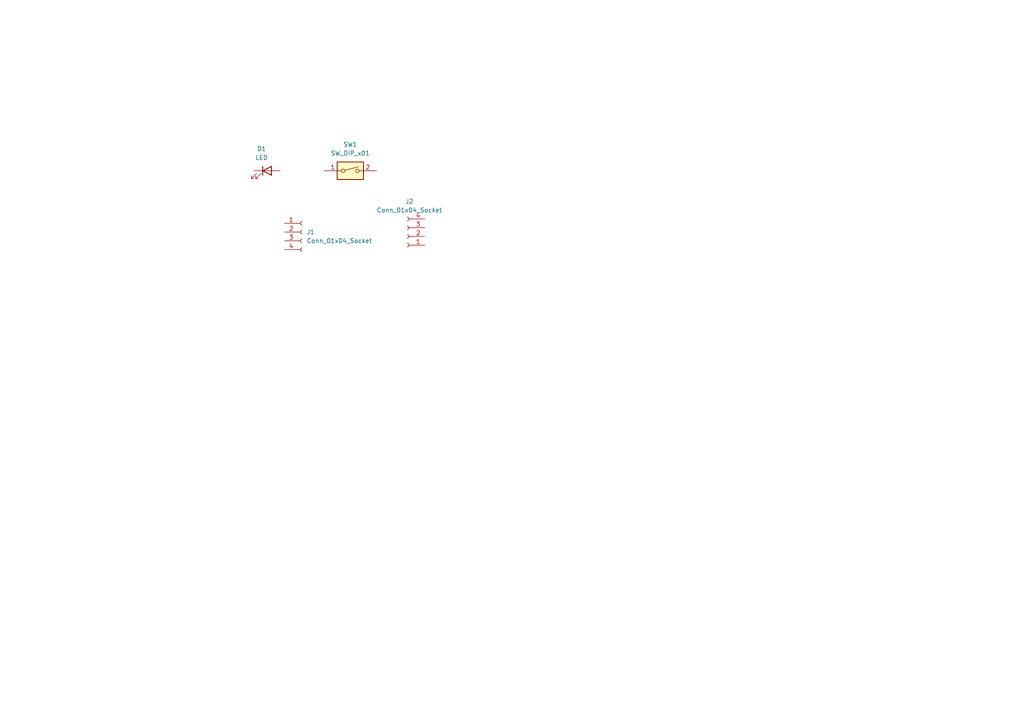
<source format=kicad_sch>
(kicad_sch (version 20231120) (generator "eeschema") (generator_version "8.0")
  (paper "A4")
  (lib_symbols
    (symbol "Connector:Conn_01x04_Socket" (pin_names (offset 1.016) hide)
      (property "Reference" "J" (at 0 5.08 0))
      (property "Value" "Conn_01x04_Socket" (at 0 -7.62 0))
      (symbol "Conn_01x04_Socket_1_1"
        (arc (start 0 -4.572) (mid -0.5058 -5.08) (end 0 -5.588) (stroke (width 0.1524)))
        (arc (start 0 -2.032) (mid -0.5058 -2.54) (end 0 -3.048) (stroke (width 0.1524)))
        (polyline (pts (xy -1.27 -5.08) (xy -0.508 -5.08)) (stroke (width 0.1524)))
        (polyline (pts (xy -1.27 -2.54) (xy -0.508 -2.54)) (stroke (width 0.1524)))
        (polyline (pts (xy -1.27 0) (xy -0.508 0)) (stroke (width 0.1524)))
        (polyline (pts (xy -1.27 2.54) (xy -0.508 2.54)) (stroke (width 0.1524)))
        (arc (start 0 0.508) (mid -0.5058 0) (end 0 -0.508) (stroke (width 0.1524)))
        (arc (start 0 3.048) (mid -0.5058 2.54) (end 0 2.032) (stroke (width 0.1524)))
        (pin passive line (at -5.08 2.54 0) (length 3.81) (name "Pin_1") (number "1"))
        (pin passive line (at -5.08 0 0) (length 3.81) (name "Pin_2") (number "2"))
        (pin passive line (at -5.08 -2.54 0) (length 3.81) (name "Pin_3") (number "3"))
        (pin passive line (at -5.08 -5.08 0) (length 3.81) (name "Pin_4") (number "4"))
      )
    )
    (symbol "Device:LED" (pin_numbers hide) (pin_names (offset 1.016) hide)
      (property "Reference" "D" (at 0 2.54 0))
      (property "Value" "LED" (at 0 -2.54 0))
      (symbol "LED_0_1"
        (polyline (pts (xy -1.27 -1.27) (xy -1.27 1.27)) (stroke (width 0.254)))
        (polyline (pts (xy -1.27 0) (xy 1.27 0)))
        (polyline (pts (xy 1.27 -1.27) (xy 1.27 1.27) (xy -1.27 0) (xy 1.27 -1.27)) (stroke (width 0.254)))
        (polyline (pts (xy -3.048 -0.762) (xy -4.572 -2.286) (xy -3.81 -2.286) (xy -4.572 -2.286) (xy -4.572 -1.524)))
        (polyline (pts (xy -1.778 -0.762) (xy -3.302 -2.286) (xy -2.54 -2.286) (xy -3.302 -2.286) (xy -3.302 -1.524)))
      )
      (symbol "LED_1_1"
        (pin passive line (at -3.81 0 0) (length 2.54) (name "K") (number "1"))
        (pin passive line (at 3.81 0 180) (length 2.54) (name "A") (number "2"))
      )
    )
    (symbol "Switch:SW_DIP_x01" (pin_names (offset 0) hide)
      (property "Reference" "SW" (at 0 3.81 0))
      (property "Value" "SW_DIP_x01" (at 0 -3.81 0))
      (symbol "SW_DIP_x01_0_0"
        (circle (center -2.032 0) (radius 0.508))
        (polyline (pts (xy -1.524 0.127) (xy 2.3622 1.1684)))
        (circle (center 2.032 0) (radius 0.508))
      )
      (symbol "SW_DIP_x01_0_1"
        (rectangle (start -3.81 2.54) (end 3.81 -2.54) (stroke (width 0.254)) (fill (type background)))
      )
      (symbol "SW_DIP_x01_1_1"
        (pin passive line (at -7.62 0 0) (length 5.08) (name "~") (number "1"))
        (pin passive line (at 7.62 0 180) (length 5.08) (name "~") (number "2"))
      )
    )
  )
  (symbol (lib_id "Connector:Conn_01x04_Socket") (at 118.11 68.58 180) (unit 1)
    (property "Reference" "J2" (at 118.745 58.42 0))
    (property "Value" "Conn_01x04_Socket" (at 118.745 60.96 0))
    (property "Footprint" "Connector_PinSocket_2.00mm:PinSocket_2x02_P2.00mm_Horizontal" (effects (hide yes)))
    (property "Description" "Generic connector, single row, 01x04, script generated" (effects (hide yes)))
  )
  (symbol (lib_id "Switch:SW_DIP_x01") (at 101.6 49.53 0) (unit 1)
    (property "Reference" "SW1" (at 101.6 41.91 0))
    (property "Value" "SW_DIP_x01" (at 101.6 44.45 0))
    (property "Footprint" "power_bl:switch_pw" (effects (hide yes)))
    (property "Description" "1x DIP Switch, Single Pole Single Throw (SPST) switch, small symbol" (effects (hide yes)))
  )
  (symbol (lib_id "Connector:Conn_01x04_Socket") (at 87.63 67.31 0) (unit 1)
    (property "Reference" "J1" (at 88.9 67.3099 0) (effects (justify left)))
    (property "Value" "Conn_01x04_Socket" (at 88.9 69.8499 0) (effects (justify left)))
    (property "Footprint" "Connector_PinSocket_2.00mm:PinSocket_2x02_P2.00mm_Horizontal" (effects (hide yes)))
    (property "Description" "Generic connector, single row, 01x04, script generated" (effects (hide yes)))
  )
  (symbol (lib_id "Device:LED") (at 77.47 49.53 0) (unit 1)
    (property "Reference" "D1" (at 75.8825 43.18 0))
    (property "Value" "LED" (at 75.8825 45.72 0))
    (property "Footprint" "LED_SMD:LED_PLCC_2835" (effects (hide yes)))
    (property "Description" "Light emitting diode" (effects (hide yes)))
  )
)
</source>
